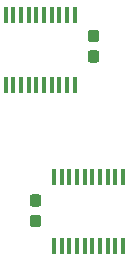
<source format=gbr>
G04 #@! TF.GenerationSoftware,KiCad,Pcbnew,(5.1.4)-1*
G04 #@! TF.CreationDate,2021-01-17T22:07:20+00:00*
G04 #@! TF.ProjectId,Amiga_External,416d6967-615f-4457-9874-65726e616c2e,rev?*
G04 #@! TF.SameCoordinates,Original*
G04 #@! TF.FileFunction,Paste,Top*
G04 #@! TF.FilePolarity,Positive*
%FSLAX46Y46*%
G04 Gerber Fmt 4.6, Leading zero omitted, Abs format (unit mm)*
G04 Created by KiCad (PCBNEW (5.1.4)-1) date 2021-01-17 22:07:20*
%MOMM*%
%LPD*%
G04 APERTURE LIST*
%ADD10C,0.100000*%
%ADD11C,0.950000*%
%ADD12R,0.450000X1.450000*%
G04 APERTURE END LIST*
D10*
G36*
X132442379Y-97201344D02*
G01*
X132465434Y-97204763D01*
X132488043Y-97210427D01*
X132509987Y-97218279D01*
X132531057Y-97228244D01*
X132551048Y-97240226D01*
X132569768Y-97254110D01*
X132587038Y-97269762D01*
X132602690Y-97287032D01*
X132616574Y-97305752D01*
X132628556Y-97325743D01*
X132638521Y-97346813D01*
X132646373Y-97368757D01*
X132652037Y-97391366D01*
X132655456Y-97414421D01*
X132656600Y-97437700D01*
X132656600Y-98012700D01*
X132655456Y-98035979D01*
X132652037Y-98059034D01*
X132646373Y-98081643D01*
X132638521Y-98103587D01*
X132628556Y-98124657D01*
X132616574Y-98144648D01*
X132602690Y-98163368D01*
X132587038Y-98180638D01*
X132569768Y-98196290D01*
X132551048Y-98210174D01*
X132531057Y-98222156D01*
X132509987Y-98232121D01*
X132488043Y-98239973D01*
X132465434Y-98245637D01*
X132442379Y-98249056D01*
X132419100Y-98250200D01*
X131944100Y-98250200D01*
X131920821Y-98249056D01*
X131897766Y-98245637D01*
X131875157Y-98239973D01*
X131853213Y-98232121D01*
X131832143Y-98222156D01*
X131812152Y-98210174D01*
X131793432Y-98196290D01*
X131776162Y-98180638D01*
X131760510Y-98163368D01*
X131746626Y-98144648D01*
X131734644Y-98124657D01*
X131724679Y-98103587D01*
X131716827Y-98081643D01*
X131711163Y-98059034D01*
X131707744Y-98035979D01*
X131706600Y-98012700D01*
X131706600Y-97437700D01*
X131707744Y-97414421D01*
X131711163Y-97391366D01*
X131716827Y-97368757D01*
X131724679Y-97346813D01*
X131734644Y-97325743D01*
X131746626Y-97305752D01*
X131760510Y-97287032D01*
X131776162Y-97269762D01*
X131793432Y-97254110D01*
X131812152Y-97240226D01*
X131832143Y-97228244D01*
X131853213Y-97218279D01*
X131875157Y-97210427D01*
X131897766Y-97204763D01*
X131920821Y-97201344D01*
X131944100Y-97200200D01*
X132419100Y-97200200D01*
X132442379Y-97201344D01*
X132442379Y-97201344D01*
G37*
D11*
X132181600Y-97725200D03*
D10*
G36*
X132442379Y-95451344D02*
G01*
X132465434Y-95454763D01*
X132488043Y-95460427D01*
X132509987Y-95468279D01*
X132531057Y-95478244D01*
X132551048Y-95490226D01*
X132569768Y-95504110D01*
X132587038Y-95519762D01*
X132602690Y-95537032D01*
X132616574Y-95555752D01*
X132628556Y-95575743D01*
X132638521Y-95596813D01*
X132646373Y-95618757D01*
X132652037Y-95641366D01*
X132655456Y-95664421D01*
X132656600Y-95687700D01*
X132656600Y-96262700D01*
X132655456Y-96285979D01*
X132652037Y-96309034D01*
X132646373Y-96331643D01*
X132638521Y-96353587D01*
X132628556Y-96374657D01*
X132616574Y-96394648D01*
X132602690Y-96413368D01*
X132587038Y-96430638D01*
X132569768Y-96446290D01*
X132551048Y-96460174D01*
X132531057Y-96472156D01*
X132509987Y-96482121D01*
X132488043Y-96489973D01*
X132465434Y-96495637D01*
X132442379Y-96499056D01*
X132419100Y-96500200D01*
X131944100Y-96500200D01*
X131920821Y-96499056D01*
X131897766Y-96495637D01*
X131875157Y-96489973D01*
X131853213Y-96482121D01*
X131832143Y-96472156D01*
X131812152Y-96460174D01*
X131793432Y-96446290D01*
X131776162Y-96430638D01*
X131760510Y-96413368D01*
X131746626Y-96394648D01*
X131734644Y-96374657D01*
X131724679Y-96353587D01*
X131716827Y-96331643D01*
X131711163Y-96309034D01*
X131707744Y-96285979D01*
X131706600Y-96262700D01*
X131706600Y-95687700D01*
X131707744Y-95664421D01*
X131711163Y-95641366D01*
X131716827Y-95618757D01*
X131724679Y-95596813D01*
X131734644Y-95575743D01*
X131746626Y-95555752D01*
X131760510Y-95537032D01*
X131776162Y-95519762D01*
X131793432Y-95504110D01*
X131812152Y-95490226D01*
X131832143Y-95478244D01*
X131853213Y-95468279D01*
X131875157Y-95460427D01*
X131897766Y-95454763D01*
X131920821Y-95451344D01*
X131944100Y-95450200D01*
X132419100Y-95450200D01*
X132442379Y-95451344D01*
X132442379Y-95451344D01*
G37*
D11*
X132181600Y-95975200D03*
D12*
X129663000Y-86160400D03*
X130313000Y-86160400D03*
X130963000Y-86160400D03*
X131613000Y-86160400D03*
X132263000Y-86160400D03*
X132913000Y-86160400D03*
X133563000Y-86160400D03*
X134213000Y-86160400D03*
X134863000Y-86160400D03*
X135513000Y-86160400D03*
X135513000Y-80260400D03*
X134863000Y-80260400D03*
X134213000Y-80260400D03*
X133563000Y-80260400D03*
X132913000Y-80260400D03*
X132263000Y-80260400D03*
X131613000Y-80260400D03*
X130963000Y-80260400D03*
X130313000Y-80260400D03*
X129663000Y-80260400D03*
X133752400Y-93951000D03*
X134402400Y-93951000D03*
X135052400Y-93951000D03*
X135702400Y-93951000D03*
X136352400Y-93951000D03*
X137002400Y-93951000D03*
X137652400Y-93951000D03*
X138302400Y-93951000D03*
X138952400Y-93951000D03*
X139602400Y-93951000D03*
X139602400Y-99851000D03*
X138952400Y-99851000D03*
X138302400Y-99851000D03*
X137652400Y-99851000D03*
X137002400Y-99851000D03*
X136352400Y-99851000D03*
X135702400Y-99851000D03*
X135052400Y-99851000D03*
X134402400Y-99851000D03*
X133752400Y-99851000D03*
D10*
G36*
X137344579Y-81506744D02*
G01*
X137367634Y-81510163D01*
X137390243Y-81515827D01*
X137412187Y-81523679D01*
X137433257Y-81533644D01*
X137453248Y-81545626D01*
X137471968Y-81559510D01*
X137489238Y-81575162D01*
X137504890Y-81592432D01*
X137518774Y-81611152D01*
X137530756Y-81631143D01*
X137540721Y-81652213D01*
X137548573Y-81674157D01*
X137554237Y-81696766D01*
X137557656Y-81719821D01*
X137558800Y-81743100D01*
X137558800Y-82318100D01*
X137557656Y-82341379D01*
X137554237Y-82364434D01*
X137548573Y-82387043D01*
X137540721Y-82408987D01*
X137530756Y-82430057D01*
X137518774Y-82450048D01*
X137504890Y-82468768D01*
X137489238Y-82486038D01*
X137471968Y-82501690D01*
X137453248Y-82515574D01*
X137433257Y-82527556D01*
X137412187Y-82537521D01*
X137390243Y-82545373D01*
X137367634Y-82551037D01*
X137344579Y-82554456D01*
X137321300Y-82555600D01*
X136846300Y-82555600D01*
X136823021Y-82554456D01*
X136799966Y-82551037D01*
X136777357Y-82545373D01*
X136755413Y-82537521D01*
X136734343Y-82527556D01*
X136714352Y-82515574D01*
X136695632Y-82501690D01*
X136678362Y-82486038D01*
X136662710Y-82468768D01*
X136648826Y-82450048D01*
X136636844Y-82430057D01*
X136626879Y-82408987D01*
X136619027Y-82387043D01*
X136613363Y-82364434D01*
X136609944Y-82341379D01*
X136608800Y-82318100D01*
X136608800Y-81743100D01*
X136609944Y-81719821D01*
X136613363Y-81696766D01*
X136619027Y-81674157D01*
X136626879Y-81652213D01*
X136636844Y-81631143D01*
X136648826Y-81611152D01*
X136662710Y-81592432D01*
X136678362Y-81575162D01*
X136695632Y-81559510D01*
X136714352Y-81545626D01*
X136734343Y-81533644D01*
X136755413Y-81523679D01*
X136777357Y-81515827D01*
X136799966Y-81510163D01*
X136823021Y-81506744D01*
X136846300Y-81505600D01*
X137321300Y-81505600D01*
X137344579Y-81506744D01*
X137344579Y-81506744D01*
G37*
D11*
X137083800Y-82030600D03*
D10*
G36*
X137344579Y-83256744D02*
G01*
X137367634Y-83260163D01*
X137390243Y-83265827D01*
X137412187Y-83273679D01*
X137433257Y-83283644D01*
X137453248Y-83295626D01*
X137471968Y-83309510D01*
X137489238Y-83325162D01*
X137504890Y-83342432D01*
X137518774Y-83361152D01*
X137530756Y-83381143D01*
X137540721Y-83402213D01*
X137548573Y-83424157D01*
X137554237Y-83446766D01*
X137557656Y-83469821D01*
X137558800Y-83493100D01*
X137558800Y-84068100D01*
X137557656Y-84091379D01*
X137554237Y-84114434D01*
X137548573Y-84137043D01*
X137540721Y-84158987D01*
X137530756Y-84180057D01*
X137518774Y-84200048D01*
X137504890Y-84218768D01*
X137489238Y-84236038D01*
X137471968Y-84251690D01*
X137453248Y-84265574D01*
X137433257Y-84277556D01*
X137412187Y-84287521D01*
X137390243Y-84295373D01*
X137367634Y-84301037D01*
X137344579Y-84304456D01*
X137321300Y-84305600D01*
X136846300Y-84305600D01*
X136823021Y-84304456D01*
X136799966Y-84301037D01*
X136777357Y-84295373D01*
X136755413Y-84287521D01*
X136734343Y-84277556D01*
X136714352Y-84265574D01*
X136695632Y-84251690D01*
X136678362Y-84236038D01*
X136662710Y-84218768D01*
X136648826Y-84200048D01*
X136636844Y-84180057D01*
X136626879Y-84158987D01*
X136619027Y-84137043D01*
X136613363Y-84114434D01*
X136609944Y-84091379D01*
X136608800Y-84068100D01*
X136608800Y-83493100D01*
X136609944Y-83469821D01*
X136613363Y-83446766D01*
X136619027Y-83424157D01*
X136626879Y-83402213D01*
X136636844Y-83381143D01*
X136648826Y-83361152D01*
X136662710Y-83342432D01*
X136678362Y-83325162D01*
X136695632Y-83309510D01*
X136714352Y-83295626D01*
X136734343Y-83283644D01*
X136755413Y-83273679D01*
X136777357Y-83265827D01*
X136799966Y-83260163D01*
X136823021Y-83256744D01*
X136846300Y-83255600D01*
X137321300Y-83255600D01*
X137344579Y-83256744D01*
X137344579Y-83256744D01*
G37*
D11*
X137083800Y-83780600D03*
M02*

</source>
